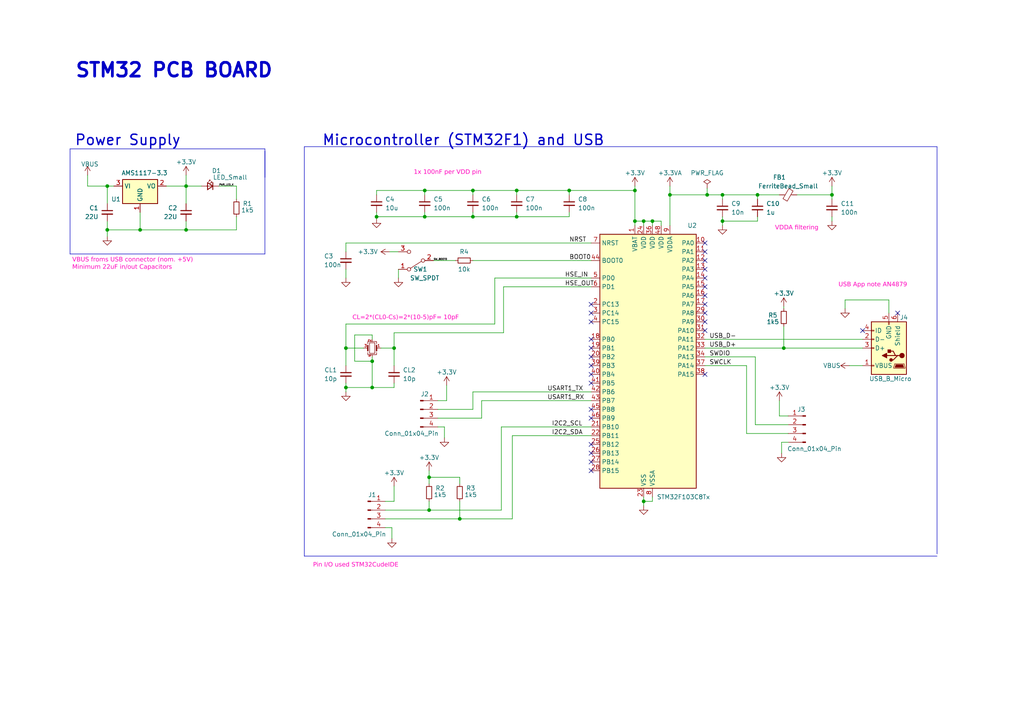
<source format=kicad_sch>
(kicad_sch (version 20230121) (generator eeschema)
  (paper "A4")
  (title_block (title "STM32 PCB Board") (company "Rafi's Lab"))
  (lib_symbols
    (symbol "Connector:Conn_01x04_Pin" (pin_names (offset 1.016) hide)
      (property "Reference" "J" (at 0 5.08 0))
      (property "Value" "Conn_01x04_Pin" (at 0 -7.62 0))
      (symbol "Conn_01x04_Pin_1_1"
        (polyline (pts (xy 1.27 -5.08) (xy 0.8636 -5.08)) (stroke (width 0.1524)))
        (polyline (pts (xy 1.27 -2.54) (xy 0.8636 -2.54)) (stroke (width 0.1524)))
        (polyline (pts (xy 1.27 0) (xy 0.8636 0)) (stroke (width 0.1524)))
        (polyline (pts (xy 1.27 2.54) (xy 0.8636 2.54)) (stroke (width 0.1524)))
        (rectangle (start 0.8636 -4.953) (end 0 -5.207) (stroke (width 0.1524)) (fill (type outline)))
        (rectangle (start 0.8636 -2.413) (end 0 -2.667) (stroke (width 0.1524)) (fill (type outline)))
        (rectangle (start 0.8636 0.127) (end 0 -0.127) (stroke (width 0.1524)) (fill (type outline)))
        (rectangle (start 0.8636 2.667) (end 0 2.413) (stroke (width 0.1524)) (fill (type outline)))
        (pin passive line (at 5.08 2.54 180) (length 3.81) (name "Pin_1") (number "1"))
        (pin passive line (at 5.08 0 180) (length 3.81) (name "Pin_2") (number "2"))
        (pin passive line (at 5.08 -2.54 180) (length 3.81) (name "Pin_3") (number "3"))
        (pin passive line (at 5.08 -5.08 180) (length 3.81) (name "Pin_4") (number "4"))
      )
    )
    (symbol "Connector:USB_B_Micro" (pin_names (offset 1.016))
      (property "Reference" "J" (at -5.08 11.43 0))
      (property "Value" "USB_B_Micro" (at -5.08 8.89 0))
      (symbol "USB_B_Micro_0_1"
        (rectangle (start -5.08 -7.62) (end 5.08 7.62) (stroke (width 0.254)) (fill (type background)))
        (circle (center -3.81 2.159) (radius 0.635) (stroke (width 0.254)) (fill (type outline)))
        (circle (center -0.635 3.429) (radius 0.381) (stroke (width 0.254)) (fill (type outline)))
        (rectangle (start -0.127 -7.62) (end 0.127 -6.858))
        (polyline (pts (xy -1.905 2.159) (xy 0.635 2.159)) (stroke (width 0.254)))
        (polyline (pts (xy -3.175 2.159) (xy -2.54 2.159) (xy -1.27 3.429) (xy -0.635 3.429)) (stroke (width 0.254)))
        (polyline (pts (xy -2.54 2.159) (xy -1.905 2.159) (xy -1.27 0.889) (xy 0 0.889)) (stroke (width 0.254)))
        (polyline (pts (xy 0.635 2.794) (xy 0.635 1.524) (xy 1.905 2.159) (xy 0.635 2.794)) (stroke (width 0.254)) (fill (type outline)))
        (polyline (pts (xy -4.318 5.588) (xy -1.778 5.588) (xy -2.032 4.826) (xy -4.064 4.826) (xy -4.318 5.588)) (fill (type outline)))
        (polyline (pts (xy -4.699 5.842) (xy -4.699 5.588) (xy -4.445 4.826) (xy -4.445 4.572) (xy -1.651 4.572) (xy -1.651 4.826) (xy -1.397 5.588) (xy -1.397 5.842) (xy -4.699 5.842)))
        (rectangle (start 0.254 1.27) (end -0.508 0.508) (stroke (width 0.254)) (fill (type outline)))
        (rectangle (start 5.08 -5.207) (end 4.318 -4.953))
        (rectangle (start 5.08 -2.667) (end 4.318 -2.413))
        (rectangle (start 5.08 -0.127) (end 4.318 0.127))
        (rectangle (start 5.08 4.953) (end 4.318 5.207))
      )
      (symbol "USB_B_Micro_1_1"
        (pin power_out line (at 7.62 5.08 180) (length 2.54) (name "VBUS") (number "1"))
        (pin bidirectional line (at 7.62 -2.54 180) (length 2.54) (name "D-") (number "2"))
        (pin bidirectional line (at 7.62 0 180) (length 2.54) (name "D+") (number "3"))
        (pin passive line (at 7.62 -5.08 180) (length 2.54) (name "ID") (number "4"))
        (pin power_out line (at 0 -10.16 90) (length 2.54) (name "GND") (number "5"))
        (pin passive line (at -2.54 -10.16 90) (length 2.54) (name "Shield") (number "6"))
      )
    )
    (symbol "Device:C_Small" (pin_numbers hide) (pin_names (offset 0.254) hide)
      (property "Reference" "C" (at 0.254 1.778 0))
      (property "Value" "C_Small" (at 0.254 -2.032 0))
      (symbol "C_Small_0_1"
        (polyline (pts (xy -1.524 -0.508) (xy 1.524 -0.508)) (stroke (width 0.3302)))
        (polyline (pts (xy -1.524 0.508) (xy 1.524 0.508)) (stroke (width 0.3048)))
      )
      (symbol "C_Small_1_1"
        (pin passive line (at 0 2.54 270) (length 2.032) (name "~") (number "1"))
        (pin passive line (at 0 -2.54 90) (length 2.032) (name "~") (number "2"))
      )
    )
    (symbol "Device:Crystal_GND24_Small" (pin_names (offset 1.016) hide)
      (property "Reference" "Y" (at 1.27 4.445 0))
      (property "Value" "Crystal_GND24_Small" (at 1.27 2.54 0))
      (symbol "Crystal_GND24_Small_0_1"
        (rectangle (start -0.762 -1.524) (end 0.762 1.524))
        (polyline (pts (xy -1.27 -0.762) (xy -1.27 0.762)) (stroke (width 0.381)))
        (polyline (pts (xy 1.27 -0.762) (xy 1.27 0.762)) (stroke (width 0.381)))
        (polyline (pts (xy -1.27 -1.27) (xy -1.27 -1.905) (xy 1.27 -1.905) (xy 1.27 -1.27)))
        (polyline (pts (xy -1.27 1.27) (xy -1.27 1.905) (xy 1.27 1.905) (xy 1.27 1.27)))
      )
      (symbol "Crystal_GND24_Small_1_1"
        (pin passive line (at -2.54 0 0) (length 1.27) (name "1") (number "1"))
        (pin passive line (at 0 -2.54 90) (length 0.635) (name "2") (number "2"))
        (pin passive line (at 2.54 0 180) (length 1.27) (name "3") (number "3"))
        (pin passive line (at 0 2.54 270) (length 0.635) (name "4") (number "4"))
      )
    )
    (symbol "Device:FerriteBead_Small" (pin_numbers hide) (pin_names (offset 0))
      (property "Reference" "FB" (at 1.905 1.27 0))
      (property "Value" "FerriteBead_Small" (at 1.905 -1.27 0))
      (symbol "FerriteBead_Small_0_1"
        (polyline (pts (xy 0 -1.27) (xy 0 -0.7874)))
        (polyline (pts (xy 0 0.889) (xy 0 1.2954)))
        (polyline (pts (xy -1.8288 0.2794) (xy -1.1176 1.4986) (xy 1.8288 -0.2032) (xy 1.1176 -1.4224) (xy -1.8288 0.2794)))
      )
      (symbol "FerriteBead_Small_1_1"
        (pin passive line (at 0 2.54 270) (length 1.27) (name "~") (number "1"))
        (pin passive line (at 0 -2.54 90) (length 1.27) (name "~") (number "2"))
      )
    )
    (symbol "Device:LED_Small" (pin_numbers hide) (pin_names (offset 0.254) hide)
      (property "Reference" "D" (at -1.27 3.175 0))
      (property "Value" "LED_Small" (at -4.445 -2.54 0))
      (symbol "LED_Small_0_1"
        (polyline (pts (xy -0.762 -1.016) (xy -0.762 1.016)) (stroke (width 0.254)))
        (polyline (pts (xy 1.016 0) (xy -0.762 0)))
        (polyline (pts (xy 0.762 -1.016) (xy -0.762 0) (xy 0.762 1.016) (xy 0.762 -1.016)) (stroke (width 0.254)))
        (polyline (pts (xy 0 0.762) (xy -0.508 1.27) (xy -0.254 1.27) (xy -0.508 1.27) (xy -0.508 1.016)))
        (polyline (pts (xy 0.508 1.27) (xy 0 1.778) (xy 0.254 1.778) (xy 0 1.778) (xy 0 1.524)))
      )
      (symbol "LED_Small_1_1"
        (pin passive line (at -2.54 0 0) (length 1.778) (name "K") (number "1"))
        (pin passive line (at 2.54 0 180) (length 1.778) (name "A") (number "2"))
      )
    )
    (symbol "Device:R_Small" (pin_numbers hide) (pin_names (offset 0.254) hide)
      (property "Reference" "R" (at 0.762 0.508 0))
      (property "Value" "R_Small" (at 0.762 -1.016 0))
      (symbol "R_Small_0_1"
        (rectangle (start -0.762 1.778) (end 0.762 -1.778) (stroke (width 0.2032)))
      )
      (symbol "R_Small_1_1"
        (pin passive line (at 0 2.54 270) (length 0.762) (name "~") (number "1"))
        (pin passive line (at 0 -2.54 90) (length 0.762) (name "~") (number "2"))
      )
    )
    (symbol "MCU_ST_STM32F1:STM32F103C8Tx"
      (property "Reference" "U" (at -12.7 39.37 0))
      (property "Value" "STM32F103C8Tx" (at 10.16 39.37 0))
      (symbol "STM32F103C8Tx_0_1"
        (rectangle (start -12.7 -35.56) (end 15.24 38.1) (stroke (width 0.254)) (fill (type background)))
      )
      (symbol "STM32F103C8Tx_1_1"
        (pin power_in line (at -2.54 40.64 270) (length 2.54) (name "VBAT") (number "1"))
        (pin bidirectional line (at 17.78 35.56 180) (length 2.54) (name "PA0") (number "10"))
        (pin bidirectional line (at 17.78 33.02 180) (length 2.54) (name "PA1") (number "11"))
        (pin bidirectional line (at 17.78 30.48 180) (length 2.54) (name "PA2") (number "12"))
        (pin bidirectional line (at 17.78 27.94 180) (length 2.54) (name "PA3") (number "13"))
        (pin bidirectional line (at 17.78 25.4 180) (length 2.54) (name "PA4") (number "14"))
        (pin bidirectional line (at 17.78 22.86 180) (length 2.54) (name "PA5") (number "15"))
        (pin bidirectional line (at 17.78 20.32 180) (length 2.54) (name "PA6") (number "16"))
        (pin bidirectional line (at 17.78 17.78 180) (length 2.54) (name "PA7") (number "17"))
        (pin bidirectional line (at -15.24 7.62 0) (length 2.54) (name "PB0") (number "18"))
        (pin bidirectional line (at -15.24 5.08 0) (length 2.54) (name "PB1") (number "19"))
        (pin bidirectional line (at -15.24 17.78 0) (length 2.54) (name "PC13") (number "2"))
        (pin bidirectional line (at -15.24 2.54 0) (length 2.54) (name "PB2") (number "20"))
        (pin bidirectional line (at -15.24 -17.78 0) (length 2.54) (name "PB10") (number "21"))
        (pin bidirectional line (at -15.24 -20.32 0) (length 2.54) (name "PB11") (number "22"))
        (pin power_in line (at 0 -38.1 90) (length 2.54) (name "VSS") (number "23"))
        (pin power_in line (at 0 40.64 270) (length 2.54) (name "VDD") (number "24"))
        (pin bidirectional line (at -15.24 -22.86 0) (length 2.54) (name "PB12") (number "25"))
        (pin bidirectional line (at -15.24 -25.4 0) (length 2.54) (name "PB13") (number "26"))
        (pin bidirectional line (at -15.24 -27.94 0) (length 2.54) (name "PB14") (number "27"))
        (pin bidirectional line (at -15.24 -30.48 0) (length 2.54) (name "PB15") (number "28"))
        (pin bidirectional line (at 17.78 15.24 180) (length 2.54) (name "PA8") (number "29"))
        (pin bidirectional line (at -15.24 15.24 0) (length 2.54) (name "PC14") (number "3"))
        (pin bidirectional line (at 17.78 12.7 180) (length 2.54) (name "PA9") (number "30"))
        (pin bidirectional line (at 17.78 10.16 180) (length 2.54) (name "PA10") (number "31"))
        (pin bidirectional line (at 17.78 7.62 180) (length 2.54) (name "PA11") (number "32"))
        (pin bidirectional line (at 17.78 5.08 180) (length 2.54) (name "PA12") (number "33"))
        (pin bidirectional line (at 17.78 2.54 180) (length 2.54) (name "PA13") (number "34"))
        (pin passive line (at 0 -38.1 90) (length 2.54) hide (name "VSS") (number "35"))
        (pin power_in line (at 2.54 40.64 270) (length 2.54) (name "VDD") (number "36"))
        (pin bidirectional line (at 17.78 0 180) (length 2.54) (name "PA14") (number "37"))
        (pin bidirectional line (at 17.78 -2.54 180) (length 2.54) (name "PA15") (number "38"))
        (pin bidirectional line (at -15.24 0 0) (length 2.54) (name "PB3") (number "39"))
        (pin bidirectional line (at -15.24 12.7 0) (length 2.54) (name "PC15") (number "4"))
        (pin bidirectional line (at -15.24 -2.54 0) (length 2.54) (name "PB4") (number "40"))
        (pin bidirectional line (at -15.24 -5.08 0) (length 2.54) (name "PB5") (number "41"))
        (pin bidirectional line (at -15.24 -7.62 0) (length 2.54) (name "PB6") (number "42"))
        (pin bidirectional line (at -15.24 -10.16 0) (length 2.54) (name "PB7") (number "43"))
        (pin input line (at -15.24 30.48 0) (length 2.54) (name "BOOT0") (number "44"))
        (pin bidirectional line (at -15.24 -12.7 0) (length 2.54) (name "PB8") (number "45"))
        (pin bidirectional line (at -15.24 -15.24 0) (length 2.54) (name "PB9") (number "46"))
        (pin passive line (at 0 -38.1 90) (length 2.54) hide (name "VSS") (number "47"))
        (pin power_in line (at 5.08 40.64 270) (length 2.54) (name "VDD") (number "48"))
        (pin bidirectional line (at -15.24 25.4 0) (length 2.54) (name "PD0") (number "5"))
        (pin bidirectional line (at -15.24 22.86 0) (length 2.54) (name "PD1") (number "6"))
        (pin input line (at -15.24 35.56 0) (length 2.54) (name "NRST") (number "7"))
        (pin power_in line (at 2.54 -38.1 90) (length 2.54) (name "VSSA") (number "8"))
        (pin power_in line (at 7.62 40.64 270) (length 2.54) (name "VDDA") (number "9"))
      )
    )
    (symbol "Regulator_Linear:AMS1117-3.3"
      (property "Reference" "U" (at -3.81 3.175 0))
      (property "Value" "AMS1117-3.3" (at 0 3.175 0))
      (symbol "AMS1117-3.3_0_1"
        (rectangle (start -5.08 -5.08) (end 5.08 1.905) (stroke (width 0.254)) (fill (type background)))
      )
      (symbol "AMS1117-3.3_1_1"
        (pin power_in line (at 0 -7.62 90) (length 2.54) (name "GND") (number "1"))
        (pin power_out line (at 7.62 0 180) (length 2.54) (name "VO") (number "2"))
        (pin power_in line (at -7.62 0 0) (length 2.54) (name "VI") (number "3"))
      )
    )
    (symbol "Switch:SW_SPDT" (pin_names (offset 0) hide)
      (property "Reference" "SW" (at 0 4.318 0))
      (property "Value" "SW_SPDT" (at 0 -5.08 0))
      (symbol "SW_SPDT_0_0"
        (circle (center -2.032 0) (radius 0.508))
        (circle (center 2.032 -2.54) (radius 0.508))
      )
      (symbol "SW_SPDT_0_1"
        (polyline (pts (xy -1.524 0.254) (xy 1.651 2.286)))
        (circle (center 2.032 2.54) (radius 0.508))
      )
      (symbol "SW_SPDT_1_1"
        (pin passive line (at 5.08 2.54 180) (length 2.54) (name "A") (number "1"))
        (pin passive line (at -5.08 0 0) (length 2.54) (name "B") (number "2"))
        (pin passive line (at 5.08 -2.54 180) (length 2.54) (name "C") (number "3"))
      )
    )
    (symbol "power:+3.3V" (power) (pin_names (offset 0))
      (property "Value" "+3.3V" (at 0 3.556 0))
      (symbol "+3.3V_0_1"
        (polyline (pts (xy -0.762 1.27) (xy 0 2.54)))
        (polyline (pts (xy 0 0) (xy 0 2.54)))
        (polyline (pts (xy 0 2.54) (xy 0.762 1.27)))
      )
      (symbol "+3.3V_1_1"
        (pin power_in line (at 0 0 90) (length 0) hide (name "+3.3V") (number "1"))
      )
    )
    (symbol "power:+3.3VA" (power) (pin_names (offset 0))
      (property "Value" "+3.3VA" (at 0 3.556 0))
      (symbol "+3.3VA_0_1"
        (polyline (pts (xy -0.762 1.27) (xy 0 2.54)))
        (polyline (pts (xy 0 0) (xy 0 2.54)))
        (polyline (pts (xy 0 2.54) (xy 0.762 1.27)))
      )
      (symbol "+3.3VA_1_1"
        (pin power_in line (at 0 0 90) (length 0) hide (name "+3.3VA") (number "1"))
      )
    )
    (symbol "power:GND1" (power) (pin_names (offset 0))
      (property "Value" "GND1" (at 0 -3.81 0))
      (symbol "GND1_0_1"
        (polyline (pts (xy 0 0) (xy 0 -1.27) (xy 1.27 -1.27) (xy 0 -2.54) (xy -1.27 -1.27) (xy 0 -1.27)))
      )
      (symbol "GND1_1_1"
        (pin power_in line (at 0 0 270) (length 0) hide (name "GND1") (number "1"))
      )
    )
    (symbol "power:PWR_FLAG" (power) (pin_numbers hide) (pin_names (offset 0) hide)
      (property "Value" "PWR_FLAG" (at 0 3.81 0))
      (symbol "PWR_FLAG_0_0"
        (pin power_out line (at 0 0 90) (length 0) (name "pwr") (number "1"))
      )
      (symbol "PWR_FLAG_0_1"
        (polyline (pts (xy 0 0) (xy 0 1.27) (xy -1.016 1.905) (xy 0 2.54) (xy 1.016 1.905) (xy 0 1.27)))
      )
    )
    (symbol "power:VBUS" (power) (pin_names (offset 0))
      (property "Value" "VBUS" (at 0 3.81 0))
      (symbol "VBUS_0_1"
        (polyline (pts (xy -0.762 1.27) (xy 0 2.54)))
        (polyline (pts (xy 0 0) (xy 0 2.54)))
        (polyline (pts (xy 0 2.54) (xy 0.762 1.27)))
      )
      (symbol "VBUS_1_1"
        (pin power_in line (at 0 0 90) (length 0) hide (name "VBUS") (number "1"))
      )
    )
  )
  (junction (at 53.975 66.675))
  (junction (at 123.19 62.865))
  (junction (at 184.15 64.135))
  (junction (at 100.33 100.965))
  (junction (at 53.975 53.975))
  (junction (at 209.55 56.515))
  (junction (at 137.16 55.245))
  (junction (at 100.33 112.395))
  (junction (at 40.64 66.675))
  (junction (at 186.69 64.135))
  (junction (at 219.71 56.515))
  (junction (at 137.16 62.865))
  (junction (at 189.23 64.135))
  (junction (at 123.19 55.245))
  (junction (at 165.1 55.245))
  (junction (at 149.86 62.865))
  (junction (at 209.55 64.135))
  (junction (at 205.105 56.515))
  (junction (at 227.33 100.965))
  (junction (at 194.31 56.515))
  (junction (at 124.46 138.43))
  (junction (at 31.115 53.975))
  (junction (at 124.46 147.955))
  (junction (at 149.86 55.245))
  (junction (at 109.22 62.865))
  (junction (at 107.95 104.775))
  (junction (at 184.15 55.245))
  (junction (at 31.115 66.675))
  (junction (at 133.35 150.495))
  (junction (at 186.69 145.415))
  (junction (at 107.95 112.395))
  (junction (at 241.3 56.515))
  (junction (at 114.3 100.965))
  (no_connect (at 260.35 90.805))
  (no_connect (at 204.47 88.265))
  (no_connect (at 204.47 95.885))
  (no_connect (at 171.45 136.525))
  (no_connect (at 204.47 108.585))
  (no_connect (at 171.45 121.285))
  (no_connect (at 204.47 70.485))
  (no_connect (at 171.45 103.505))
  (no_connect (at 171.45 106.045))
  (no_connect (at 171.45 93.345))
  (no_connect (at 250.19 95.885))
  (no_connect (at 171.45 88.265))
  (no_connect (at 171.45 90.805))
  (no_connect (at 171.45 111.125))
  (no_connect (at 171.45 98.425))
  (no_connect (at 204.47 80.645))
  (no_connect (at 171.45 131.445))
  (no_connect (at 171.45 133.985))
  (no_connect (at 204.47 75.565))
  (no_connect (at 171.45 100.965))
  (no_connect (at 204.47 85.725))
  (no_connect (at 171.45 128.905))
  (no_connect (at 204.47 78.105))
  (no_connect (at 204.47 73.025))
  (no_connect (at 204.47 83.185))
  (no_connect (at 171.45 118.745))
  (no_connect (at 204.47 93.345))
  (no_connect (at 204.47 90.805))
  (no_connect (at 171.45 108.585))
  (wire (pts (xy 31.115 68.58) (xy 31.115 66.675)))
  (polyline (pts (xy 76.835 73.66) (xy 20.32 73.66)))
  (wire (pts (xy 189.23 144.145) (xy 189.23 145.415)))
  (wire (pts (xy 25.4 50.8) (xy 25.4 53.975)))
  (wire (pts (xy 25.4 53.975) (xy 31.115 53.975)))
  (wire (pts (xy 194.31 56.515) (xy 205.105 56.515)))
  (wire (pts (xy 186.69 144.145) (xy 186.69 145.415)))
  (wire (pts (xy 133.35 138.43) (xy 124.46 138.43)))
  (wire (pts (xy 228.6 128.27) (xy 226.695 128.27)))
  (wire (pts (xy 109.22 63.5) (xy 109.22 62.865)))
  (wire (pts (xy 109.22 62.865) (xy 109.22 61.595)))
  (wire (pts (xy 109.22 55.245) (xy 109.22 56.515)))
  (wire (pts (xy 245.11 86.995) (xy 245.11 89.535)))
  (wire (pts (xy 111.76 150.495) (xy 133.35 150.495)))
  (wire (pts (xy 257.81 90.805) (xy 257.81 86.995)))
  (wire (pts (xy 209.55 64.135) (xy 209.55 65.405)))
  (wire (pts (xy 111.76 147.955) (xy 124.46 147.955)))
  (wire (pts (xy 143.51 80.645) (xy 143.51 93.98)))
  (wire (pts (xy 209.55 56.515) (xy 219.71 56.515)))
  (wire (pts (xy 115.57 80.645) (xy 115.57 78.105)))
  (wire (pts (xy 105.41 100.965) (xy 100.33 100.965)))
  (wire (pts (xy 124.46 136.525) (xy 124.46 138.43)))
  (wire (pts (xy 165.1 55.245) (xy 184.15 55.245)))
  (polyline (pts (xy 88.265 161.29) (xy 271.78 161.29)))
  (wire (pts (xy 226.06 116.205) (xy 226.06 120.65)))
  (wire (pts (xy 194.31 65.405) (xy 194.31 56.515)))
  (wire (pts (xy 194.31 56.515) (xy 194.31 53.975)))
  (wire (pts (xy 123.19 55.245) (xy 123.19 56.515)))
  (wire (pts (xy 137.16 113.665) (xy 171.45 113.665)))
  (wire (pts (xy 127 121.285) (xy 139.7 121.285)))
  (wire (pts (xy 40.64 66.675) (xy 53.975 66.675)))
  (wire (pts (xy 149.86 55.245) (xy 149.86 56.515)))
  (wire (pts (xy 113.665 153.035) (xy 113.665 156.21)))
  (wire (pts (xy 107.95 104.775) (xy 107.95 103.505)))
  (wire (pts (xy 100.33 112.395) (xy 100.33 111.125)))
  (wire (pts (xy 186.69 64.135) (xy 186.69 65.405)))
  (wire (pts (xy 124.46 145.415) (xy 124.46 147.955)))
  (polyline (pts (xy 20.32 43.18) (xy 76.835 43.18)))
  (polyline (pts (xy 76.835 43.815) (xy 76.835 73.66)))
  (wire (pts (xy 123.19 62.865) (xy 123.19 61.595)))
  (wire (pts (xy 227.33 100.965) (xy 250.19 100.965)))
  (wire (pts (xy 226.06 120.65) (xy 228.6 120.65)))
  (wire (pts (xy 246.38 106.045) (xy 250.19 106.045)))
  (wire (pts (xy 143.51 80.645) (xy 171.45 80.645)))
  (wire (pts (xy 68.58 53.975) (xy 68.58 57.785)))
  (wire (pts (xy 204.47 106.045) (xy 216.535 106.045)))
  (wire (pts (xy 31.115 53.975) (xy 31.115 59.055)))
  (polyline (pts (xy 88.265 42.545) (xy 271.78 42.545)))
  (wire (pts (xy 204.47 103.505) (xy 219.075 103.505)))
  (wire (pts (xy 100.33 93.98) (xy 100.33 100.965)))
  (wire (pts (xy 216.535 125.73) (xy 228.6 125.73)))
  (wire (pts (xy 129.54 111.76) (xy 129.54 116.205)))
  (wire (pts (xy 257.81 86.995) (xy 245.11 86.995)))
  (wire (pts (xy 114.3 140.97) (xy 114.3 145.415)))
  (wire (pts (xy 113.03 73.025) (xy 115.57 73.025)))
  (wire (pts (xy 205.105 54.61) (xy 205.105 56.515)))
  (wire (pts (xy 146.05 96.52) (xy 114.3 96.52)))
  (wire (pts (xy 31.115 53.975) (xy 33.02 53.975)))
  (wire (pts (xy 219.71 56.515) (xy 226.06 56.515)))
  (wire (pts (xy 68.58 62.865) (xy 68.58 66.675)))
  (wire (pts (xy 133.35 140.335) (xy 133.35 138.43)))
  (wire (pts (xy 124.46 138.43) (xy 124.46 140.335)))
  (wire (pts (xy 219.075 103.505) (xy 219.075 123.19)))
  (wire (pts (xy 139.7 121.285) (xy 139.7 116.205)))
  (wire (pts (xy 40.64 61.595) (xy 40.64 66.675)))
  (wire (pts (xy 107.95 112.395) (xy 114.3 112.395)))
  (wire (pts (xy 165.1 62.865) (xy 149.86 62.865)))
  (wire (pts (xy 100.33 113.665) (xy 100.33 112.395)))
  (wire (pts (xy 231.14 56.515) (xy 241.3 56.515)))
  (wire (pts (xy 148.59 126.365) (xy 148.59 150.495)))
  (wire (pts (xy 209.55 56.515) (xy 209.55 57.785)))
  (wire (pts (xy 128.905 123.825) (xy 128.905 127)))
  (wire (pts (xy 184.15 64.135) (xy 184.15 65.405)))
  (wire (pts (xy 114.3 100.965) (xy 114.3 106.045)))
  (wire (pts (xy 227.33 94.615) (xy 227.33 100.965)))
  (wire (pts (xy 145.415 123.825) (xy 171.45 123.825)))
  (wire (pts (xy 184.15 55.245) (xy 184.15 64.135)))
  (wire (pts (xy 209.55 64.135) (xy 219.71 64.135)))
  (wire (pts (xy 102.87 97.155) (xy 102.87 104.775)))
  (wire (pts (xy 124.46 147.955) (xy 145.415 147.955)))
  (wire (pts (xy 111.76 153.035) (xy 113.665 153.035)))
  (wire (pts (xy 125.73 75.565) (xy 132.08 75.565)))
  (wire (pts (xy 209.55 64.135) (xy 209.55 62.865)))
  (wire (pts (xy 216.535 106.045) (xy 216.535 125.73)))
  (wire (pts (xy 100.33 70.485) (xy 171.45 70.485)))
  (wire (pts (xy 109.22 55.245) (xy 123.19 55.245)))
  (wire (pts (xy 204.47 98.425) (xy 250.19 98.425)))
  (wire (pts (xy 100.33 106.045) (xy 100.33 100.965)))
  (wire (pts (xy 110.49 100.965) (xy 114.3 100.965)))
  (wire (pts (xy 53.975 53.975) (xy 53.975 59.055)))
  (wire (pts (xy 227.33 88.9) (xy 227.33 89.535)))
  (wire (pts (xy 146.05 83.185) (xy 146.05 96.52)))
  (wire (pts (xy 53.975 50.8) (xy 53.975 53.975)))
  (wire (pts (xy 137.16 62.865) (xy 137.16 61.595)))
  (wire (pts (xy 149.86 62.865) (xy 137.16 62.865)))
  (wire (pts (xy 58.42 53.975) (xy 53.975 53.975)))
  (wire (pts (xy 241.3 64.135) (xy 241.3 62.865)))
  (wire (pts (xy 100.33 73.025) (xy 100.33 70.485)))
  (wire (pts (xy 137.16 118.745) (xy 127 118.745)))
  (wire (pts (xy 107.95 97.155) (xy 102.87 97.155)))
  (wire (pts (xy 31.115 66.675) (xy 31.115 64.135)))
  (wire (pts (xy 184.15 55.245) (xy 184.15 53.975)))
  (wire (pts (xy 137.16 113.665) (xy 137.16 118.745)))
  (wire (pts (xy 107.95 104.775) (xy 107.95 112.395)))
  (wire (pts (xy 219.71 64.135) (xy 219.71 62.865)))
  (wire (pts (xy 186.69 64.135) (xy 189.23 64.135)))
  (wire (pts (xy 137.16 75.565) (xy 171.45 75.565)))
  (wire (pts (xy 48.26 53.975) (xy 53.975 53.975)))
  (wire (pts (xy 149.86 55.245) (xy 165.1 55.245)))
  (wire (pts (xy 102.87 104.775) (xy 107.95 104.775)))
  (wire (pts (xy 148.59 126.365) (xy 171.45 126.365)))
  (polyline (pts (xy 88.265 42.545) (xy 88.265 161.29)))
  (wire (pts (xy 114.3 111.125) (xy 114.3 112.395)))
  (wire (pts (xy 191.77 65.405) (xy 191.77 64.135)))
  (wire (pts (xy 189.23 64.135) (xy 191.77 64.135)))
  (wire (pts (xy 137.16 62.865) (xy 123.19 62.865)))
  (wire (pts (xy 114.3 145.415) (xy 111.76 145.415)))
  (wire (pts (xy 186.69 145.415) (xy 186.69 146.685)))
  (wire (pts (xy 145.415 147.955) (xy 145.415 123.825)))
  (wire (pts (xy 165.1 55.245) (xy 165.1 56.515)))
  (wire (pts (xy 100.33 112.395) (xy 107.95 112.395)))
  (wire (pts (xy 137.16 55.245) (xy 149.86 55.245)))
  (wire (pts (xy 241.3 53.975) (xy 241.3 56.515)))
  (wire (pts (xy 53.975 64.135) (xy 53.975 66.675)))
  (wire (pts (xy 137.16 55.245) (xy 137.16 56.515)))
  (wire (pts (xy 114.3 96.52) (xy 114.3 100.965)))
  (wire (pts (xy 149.86 62.865) (xy 149.86 61.595)))
  (wire (pts (xy 189.23 145.415) (xy 186.69 145.415)))
  (wire (pts (xy 129.54 116.205) (xy 127 116.205)))
  (wire (pts (xy 107.95 98.425) (xy 107.95 97.155)))
  (wire (pts (xy 123.19 55.245) (xy 137.16 55.245)))
  (wire (pts (xy 205.105 56.515) (xy 209.55 56.515)))
  (wire (pts (xy 184.15 64.135) (xy 186.69 64.135)))
  (wire (pts (xy 241.3 56.515) (xy 241.3 57.785)))
  (wire (pts (xy 146.05 83.185) (xy 171.45 83.185)))
  (wire (pts (xy 204.47 100.965) (xy 227.33 100.965)))
  (wire (pts (xy 63.5 53.975) (xy 68.58 53.975)))
  (polyline (pts (xy 271.78 160.655) (xy 271.78 42.545)))
  (wire (pts (xy 189.23 64.135) (xy 189.23 65.405)))
  (wire (pts (xy 133.35 150.495) (xy 148.59 150.495)))
  (wire (pts (xy 165.1 62.865) (xy 165.1 61.595)))
  (wire (pts (xy 228.6 123.19) (xy 219.075 123.19)))
  (wire (pts (xy 31.115 66.675) (xy 40.64 66.675)))
  (wire (pts (xy 219.71 56.515) (xy 219.71 57.785)))
  (wire (pts (xy 127 123.825) (xy 128.905 123.825)))
  (polyline (pts (xy 76.835 43.18) (xy 76.835 51.435)))
  (wire (pts (xy 143.51 93.98) (xy 100.33 93.98)))
  (wire (pts (xy 226.695 128.27) (xy 226.695 131.445)))
  (wire (pts (xy 53.975 66.675) (xy 68.58 66.675)))
  (wire (pts (xy 100.33 80.645) (xy 100.33 78.105)))
  (wire (pts (xy 133.35 145.415) (xy 133.35 150.495)))
  (wire (pts (xy 123.19 62.865) (xy 109.22 62.865)))
  (polyline (pts (xy 20.32 73.66) (xy 20.32 43.18)))
  (wire (pts (xy 139.7 116.205) (xy 171.45 116.205)))
  (text "Pin I/O used STM32CudeIDE" (at 90.805 165.1 0) (effects (font (size 1.27 1.27)) (justify left bottom)))
  (text "VDDA filtering" (at 224.79 67.31 0) (effects (font (size 1.27 1.27)) (justify left bottom)))
  (text "CL=2*(CL0-Cs)=2*(10-5)pF= 10pF" (at 102.235 93.345 0) (effects (font (size 1.27 1.27)) (justify left bottom)))
  (text "Microcontroller (STM32F1) and USB\n" (at 93.345 42.545 0) (effects (font (size 3 3) (thickness 0.4) bold) (justify left bottom)))
  (text "USB App note AN4879\n" (at 243.205 83.82 0) (effects (font (size 1.27 1.27)) (justify left bottom)))
  (text "VBUS froms USB connector (nom. +5V)  \nMinimum 22uF in/out Capacitors" (at 20.955 78.74 0) (effects (font (size 1.27 1.27)) (justify left bottom)))
  (text "Power Supply" (at 21.59 42.545 0) (effects (font (size 3 3) (thickness 0.4) bold) (justify left bottom)))
  (text "1x 100nF per VDD pin\n\n" (at 120.015 53.34 0) (effects (font (size 1.27 1.27)) (justify left bottom)))
  (text "STM32 PCB BOARD" (at 21.59 22.86 0) (effects (font (size 4 4) (thickness 0.8) bold) (justify left bottom)))
  (label "NRST" (at 165.1 70.485 0))
  (label "SW_BOOT0" (at 125.73 75.565 0) (effects (font (size 0.5 0.5))))
  (label "USB_D+" (at 205.74 100.965 0))
  (label "PWR_LED_K" (at 63.5 53.975 0) (effects (font (size 0.5 0.5))))
  (label "HSE_OUT" (at 163.83 83.185 0))
  (label "USART1_RX" (at 158.75 116.205 0))
  (label "SWDIO" (at 205.74 103.505 0))
  (label "I2C2_SDA" (at 160.02 126.365 0))
  (label "I2C2_SCL" (at 160.02 123.825 0))
  (label "USB_D-" (at 205.74 98.425 0))
  (label "SWCLK" (at 205.74 106.045 0))
  (label "HSE_IN" (at 163.83 80.645 0))
  (label "USART1_TX" (at 158.75 113.665 0))
  (label "BOOT0" (at 165.1 75.565 0))
  (symbol (lib_id "Connector:Conn_01x04_Pin") (at 121.92 118.745 0) (unit 1)
    (property "Reference" "J2" (at 123.19 114.3 0))
    (property "Value" "Conn_01x04_Pin" (at 119.38 125.73 0))
    (property "Footprint" "Connector_PinHeader_1.00mm:PinHeader_1x40_P1.00mm_Horizontal" (effects hide))
  )
  (symbol (lib_id "power:+3.3V") (at 129.54 111.76 0) (mirror y) (unit 1)
    (property "Reference" "#PWR013" (effects hide))
    (property "Value" "+3.3V" (at 129.54 107.95 0))
  )
  (symbol (lib_id "Device:R_Small") (at 68.58 60.325 0) (mirror y) (unit 1)
    (property "Reference" "R1" (at 71.755 59.055 0))
    (property "Value" "1k5" (at 71.755 60.96 0))
    (property "Footprint" "Resistor_SMD:R_0402_1005Metric" (effects hide))
  )
  (symbol (lib_id "power:GND1") (at 226.695 131.445 0) (unit 1)
    (property "Reference" "#PWR019" (effects hide))
    (property "Value" "GND1" (effects hide))
  )
  (symbol (lib_id "Device:R_Small") (at 133.35 142.875 0) (mirror y) (unit 1)
    (property "Reference" "R3" (at 136.525 141.605 0))
    (property "Value" "1k5" (at 136.525 143.51 0))
    (property "Footprint" "Resistor_SMD:R_0402_1005Metric" (effects hide))
  )
  (symbol (lib_id "power:GND1") (at 245.11 89.535 0) (unit 1)
    (property "Reference" "#PWR023" (effects hide))
    (property "Value" "GND1" (effects hide))
  )
  (symbol (lib_id "power:GND1") (at 241.3 64.135 0) (unit 1)
    (property "Reference" "#PWR022" (effects hide))
    (property "Value" "GND1" (effects hide))
  )
  (symbol (lib_id "power:VBUS") (at 246.38 106.045 90) (unit 1)
    (property "Reference" "#PWR024" (effects hide))
    (property "Value" "VBUS" (at 243.84 106.045 90) (effects (justify left)))
  )
  (symbol (lib_id "Connector:USB_B_Micro") (at 257.81 100.965 180) (unit 1)
    (property "Reference" "J4" (at 260.985 92.075 0) (effects (justify right)))
    (property "Value" "USB_B_Micro" (at 252.095 109.855 0) (effects (justify right)))
    (property "Footprint" "Connector_USB:USB_Micro-B_Wuerth_629105150521_CircularHoles" (effects hide))
  )
  (symbol (lib_id "power:GND1") (at 31.115 68.58 0) (unit 1)
    (property "Reference" "#PWR02" (effects hide))
    (property "Value" "GND1" (effects hide))
  )
  (symbol (lib_id "Device:C_Small") (at 100.33 75.565 0) (unit 1)
    (property "Reference" "C3" (at 93.98 74.295 0) (effects (justify left)))
    (property "Value" "100n" (at 93.98 76.835 0) (effects (justify left)))
    (property "Footprint" "Capacitor_SMD:CP_Elec_8x10" (effects hide))
  )
  (symbol (lib_id "Device:C_Small") (at 165.1 59.055 0) (unit 1)
    (property "Reference" "C8" (at 167.64 57.7913 0) (effects (justify left)))
    (property "Value" "100n" (at 167.64 60.3313 0) (effects (justify left)))
    (property "Footprint" "Capacitor_SMD:CP_Elec_8x10" (effects hide))
  )
  (symbol (lib_id "power:GND1") (at 100.33 80.645 0) (unit 1)
    (property "Reference" "#PWR04" (effects hide))
    (property "Value" "GND1" (effects hide))
  )
  (symbol (lib_id "Device:LED_Small") (at 60.96 53.975 0) (mirror y) (unit 1)
    (property "Reference" "D1" (at 64.135 49.53 0) (effects (justify left)))
    (property "Value" "LED_Small" (at 71.755 51.435 0) (effects (justify left)))
    (property "Footprint" "LED_SMD:LED_0201_0603Metric_Pad0.64x0.40mm_HandSolder" (effects hide))
  )
  (symbol (lib_id "power:+3.3V") (at 114.3 140.97 0) (mirror y) (unit 1)
    (property "Reference" "#PWR09" (effects hide))
    (property "Value" "+3.3V" (at 114.3 137.16 0))
  )
  (symbol (lib_id "Device:R_Small") (at 134.62 75.565 90) (unit 1)
    (property "Reference" "R4" (at 134.62 73.025 90))
    (property "Value" "10k" (at 134.62 78.105 90))
    (property "Footprint" "Resistor_SMD:R_0402_1005Metric" (effects hide))
  )
  (symbol (lib_id "power:GND1") (at 113.665 156.21 0) (mirror y) (unit 1)
    (property "Reference" "#PWR08" (effects hide))
    (property "Value" "GND1" (effects hide))
  )
  (symbol (lib_id "Regulator_Linear:AMS1117-3.3") (at 40.64 53.975 0) (unit 1)
    (property "Reference" "U1" (at 33.655 57.785 0))
    (property "Value" "AMS1117-3.3" (at 41.91 50.165 0))
    (property "Footprint" "Package_TO_SOT_SMD:SOT-223-3_TabPin2" (effects hide))
    (property "Datasheet" "http://www.advanced-monolithic.com/pdf/ds1117.pdf" (effects hide))
  )
  (symbol (lib_id "Device:C_Small") (at 53.975 61.595 0) (mirror y) (unit 1)
    (property "Reference" "C2" (at 51.435 60.3313 0) (effects (justify left)))
    (property "Value" "22U" (at 51.435 62.8713 0) (effects (justify left)))
    (property "Footprint" "Capacitor_SMD:CP_Elec_8x10" (effects hide))
  )
  (symbol (lib_id "Device:C_Small") (at 123.19 59.055 0) (unit 1)
    (property "Reference" "C5" (at 125.73 57.7913 0) (effects (justify left)))
    (property "Value" "100n" (at 125.73 60.3313 0) (effects (justify left)))
    (property "Footprint" "Capacitor_SMD:CP_Elec_8x10" (effects hide))
  )
  (symbol (lib_id "power:+3.3V") (at 113.03 73.025 90) (mirror x) (unit 1)
    (property "Reference" "#PWR07" (effects hide))
    (property "Value" "+3.3V" (at 106.68 73.025 90))
  )
  (symbol (lib_id "Device:Crystal_GND24_Small") (at 107.95 100.965 180) (unit 1)
    (property "Reference" "Y1" (effects hide))
    (property "Value" "16MHz" (effects hide))
    (property "Footprint" "Oscillator:Oscillator_SMD_Kyocera_KC2520Z-4Pin_2.5x2.0mm" (effects hide))
  )
  (symbol (lib_id "power:+3.3V") (at 184.15 53.975 0) (unit 1)
    (property "Reference" "#PWR014" (effects hide))
    (property "Value" "+3.3V" (at 184.15 50.165 0))
  )
  (symbol (lib_id "power:+3.3V") (at 53.975 50.8 0) (unit 1)
    (property "Reference" "#PWR03" (effects hide))
    (property "Value" "+3.3V" (at 53.975 46.99 0))
  )
  (symbol (lib_id "power:PWR_FLAG") (at 205.105 54.61 0) (unit 1)
    (property "Reference" "#FLG01" (effects hide))
    (property "Value" "PWR_FLAG" (at 205.105 50.165 0))
  )
  (symbol (lib_id "power:GND1") (at 128.905 127 0) (mirror y) (unit 1)
    (property "Reference" "#PWR012" (effects hide))
    (property "Value" "GND1" (effects hide))
  )
  (symbol (lib_id "Device:C_Small") (at 31.115 61.595 0) (mirror y) (unit 1)
    (property "Reference" "C1" (at 28.575 60.3313 0) (effects (justify left)))
    (property "Value" "22U" (at 28.575 62.8713 0) (effects (justify left)))
    (property "Footprint" "Capacitor_SMD:CP_Elec_8x10" (effects hide))
  )
  (symbol (lib_id "power:+3.3V") (at 226.06 116.205 0) (unit 1)
    (property "Reference" "#PWR018" (effects hide))
    (property "Value" "+3.3V" (at 226.06 112.395 0))
  )
  (symbol (lib_id "Device:C_Small") (at 219.71 60.325 0) (unit 1)
    (property "Reference" "C10" (at 222.25 59.0613 0) (effects (justify left)))
    (property "Value" "1u" (at 222.25 61.6013 0) (effects (justify left)))
    (property "Footprint" "Capacitor_SMD:CP_Elec_8x10" (effects hide))
  )
  (symbol (lib_id "power:+3.3V") (at 124.46 136.525 0) (mirror y) (unit 1)
    (property "Reference" "#PWR011" (effects hide))
    (property "Value" "+3.3V" (at 124.46 132.715 0))
  )
  (symbol (lib_id "Device:C_Small") (at 109.22 59.055 0) (unit 1)
    (property "Reference" "C4" (at 111.76 57.7913 0) (effects (justify left)))
    (property "Value" "10u" (at 111.76 60.3313 0) (effects (justify left)))
    (property "Footprint" "Capacitor_SMD:CP_Elec_8x10" (effects hide))
  )
  (symbol (lib_id "power:GND1") (at 186.69 146.685 0) (unit 1)
    (property "Reference" "#PWR015" (effects hide))
    (property "Value" "GND1" (effects hide))
  )
  (symbol (lib_id "Device:C_Small") (at 241.3 60.325 0) (unit 1)
    (property "Reference" "C11" (at 243.84 59.0613 0) (effects (justify left)))
    (property "Value" "100n" (at 243.84 61.6013 0) (effects (justify left)))
    (property "Footprint" "Capacitor_SMD:CP_Elec_8x10" (effects hide))
  )
  (symbol (lib_id "power:GND1") (at 115.57 80.645 0) (unit 1)
    (property "Reference" "#PWR010" (effects hide))
    (property "Value" "GND1" (effects hide))
  )
  (symbol (lib_id "Connector:Conn_01x04_Pin") (at 106.68 147.955 0) (unit 1)
    (property "Reference" "J1" (at 107.95 143.51 0))
    (property "Value" "Conn_01x04_Pin" (at 104.14 154.94 0))
    (property "Footprint" "Connector_PinHeader_1.00mm:PinHeader_1x40_P1.00mm_Horizontal" (effects hide))
  )
  (symbol (lib_id "power:+3.3V") (at 241.3 53.975 0) (unit 1)
    (property "Reference" "#PWR021" (effects hide))
    (property "Value" "+3.3V" (at 241.3 50.165 0))
  )
  (symbol (lib_id "Switch:SW_SPDT") (at 120.65 75.565 180) (unit 1)
    (property "Reference" "SW1" (at 121.92 78.105 0))
    (property "Value" "SW_SPDT" (at 123.19 80.645 0))
    (property "Footprint" "Button_Switch_THT:SW_E-Switch_EG1224_SPDT_Angled" (effects hide))
  )
  (symbol (lib_id "power:GND1") (at 100.33 113.665 0) (unit 1)
    (property "Reference" "#PWR05" (effects hide))
    (property "Value" "GND1" (effects hide))
  )
  (symbol (lib_id "Device:C_Small") (at 149.86 59.055 0) (unit 1)
    (property "Reference" "C7" (at 152.4 57.7913 0) (effects (justify left)))
    (property "Value" "100n" (at 152.4 60.3313 0) (effects (justify left)))
    (property "Footprint" "Capacitor_SMD:CP_Elec_8x10" (effects hide))
  )
  (symbol (lib_id "Device:R_Small") (at 227.33 92.075 180) (unit 1)
    (property "Reference" "R5" (at 224.155 91.44 0))
    (property "Value" "1k5" (at 224.155 93.345 0))
    (property "Footprint" "Resistor_SMD:R_0402_1005Metric" (effects hide))
  )
  (symbol (lib_id "power:VBUS") (at 25.4 50.8 0) (unit 1)
    (property "Reference" "#PWR01" (effects hide))
    (property "Value" "VBUS" (at 23.495 47.625 0) (effects (justify left)))
  )
  (symbol (lib_id "power:GND1") (at 209.55 65.405 0) (unit 1)
    (property "Reference" "#PWR017" (effects hide))
    (property "Value" "GND1" (effects hide))
  )
  (symbol (lib_id "power:+3.3V") (at 227.33 88.9 0) (unit 1)
    (property "Reference" "#PWR020" (effects hide))
    (property "Value" "+3.3V" (at 227.33 85.09 0))
  )
  (symbol (lib_id "Device:C_Small") (at 137.16 59.055 0) (unit 1)
    (property "Reference" "C6" (at 139.7 57.7913 0) (effects (justify left)))
    (property "Value" "100n" (at 139.7 60.3313 0) (effects (justify left)))
    (property "Footprint" "Capacitor_SMD:CP_Elec_8x10" (effects hide))
  )
  (symbol (lib_id "power:GND1") (at 109.22 63.5 0) (unit 1)
    (property "Reference" "#PWR06" (effects hide))
    (property "Value" "GND1" (effects hide))
  )
  (symbol (lib_id "Device:C_Small") (at 209.55 60.325 0) (unit 1)
    (property "Reference" "C9" (at 212.09 59.0613 0) (effects (justify left)))
    (property "Value" "10n" (at 212.09 61.6013 0) (effects (justify left)))
    (property "Footprint" "Capacitor_SMD:CP_Elec_8x10" (effects hide))
  )
  (symbol (lib_id "power:+3.3VA") (at 194.31 53.975 0) (unit 1)
    (property "Reference" "#PWR016" (effects hide))
    (property "Value" "+3.3VA" (at 194.31 50.165 0))
  )
  (symbol (lib_id "Connector:Conn_01x04_Pin") (at 233.68 123.19 0) (mirror y) (unit 1)
    (property "Reference" "J3" (at 232.41 118.745 0))
    (property "Value" "Conn_01x04_Pin" (at 236.22 130.175 0))
    (property "Footprint" "Connector_PinHeader_1.00mm:PinHeader_1x40_P1.00mm_Horizontal" (effects hide))
  )
  (symbol (lib_id "Device:C_Small") (at 114.3 108.585 0) (unit 1)
    (property "Reference" "CL2" (at 116.84 107.3213 0) (effects (justify left)))
    (property "Value" "10p" (at 116.84 109.8613 0) (effects (justify left)))
    (property "Footprint" "Capacitor_SMD:CP_Elec_8x10" (effects hide))
  )
  (symbol (lib_id "Device:C_Small") (at 100.33 108.585 0) (mirror y) (unit 1)
    (property "Reference" "CL1" (at 97.79 107.3213 0) (effects (justify left)))
    (property "Value" "10p" (at 97.79 109.8613 0) (effects (justify left)))
    (property "Footprint" "Capacitor_SMD:CP_Elec_8x10" (effects hide))
  )
  (symbol (lib_id "Device:R_Small") (at 124.46 142.875 0) (mirror y) (unit 1)
    (property "Reference" "R2" (at 127.635 141.605 0))
    (property "Value" "1k5" (at 127.635 143.51 0))
    (property "Footprint" "Resistor_SMD:R_0402_1005Metric" (effects hide))
  )
  (symbol (lib_id "MCU_ST_STM32F1:STM32F103C8Tx") (at 186.69 106.045 0) (unit 1)
    (property "Reference" "U2" (at 199.39 65.405 0) (effects (justify left)))
    (property "Value" "STM32F103C8Tx" (at 190.5 144.145 0) (effects (justify left)))
    (property "Footprint" "Package_QFP:LQFP-48_7x7mm_P0.5mm" (effects hide))
    (property "Datasheet" "https://www.st.com/resource/en/datasheet/stm32f103c8.pdf" (effects hide))
  )
  (symbol (lib_id "Device:FerriteBead_Small") (at 228.6 56.515 90) (unit 1)
    (property "Reference" "FB1" (at 226.06 51.435 90))
    (property "Value" "FerriteBead_Small" (at 228.6 53.975 90))
    (property "Footprint" "Fiducial:Fiducial_0.5mm_Mask1.5mm" (effects hide))
  )
)
</source>
